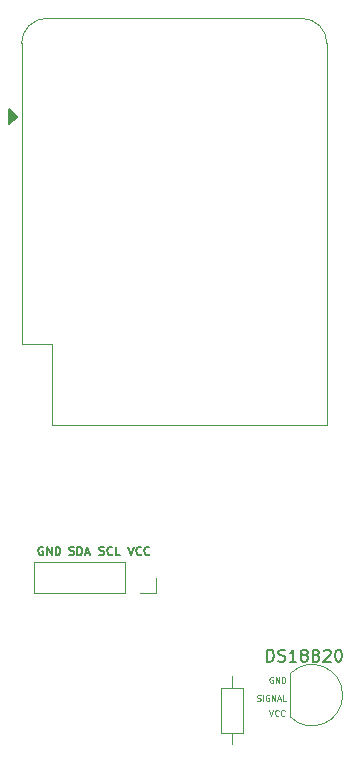
<source format=gbr>
%TF.GenerationSoftware,KiCad,Pcbnew,(6.0.9)*%
%TF.CreationDate,2023-04-16T11:33:15+02:00*%
%TF.ProjectId,PCB_zavrsni,5043425f-7a61-4767-9273-6e692e6b6963,rev?*%
%TF.SameCoordinates,Original*%
%TF.FileFunction,Legend,Top*%
%TF.FilePolarity,Positive*%
%FSLAX46Y46*%
G04 Gerber Fmt 4.6, Leading zero omitted, Abs format (unit mm)*
G04 Created by KiCad (PCBNEW (6.0.9)) date 2023-04-16 11:33:15*
%MOMM*%
%LPD*%
G01*
G04 APERTURE LIST*
%ADD10C,0.175000*%
%ADD11C,0.150000*%
%ADD12C,0.125000*%
%ADD13C,0.120000*%
G04 APERTURE END LIST*
D10*
X196062666Y-80676000D02*
X195996000Y-80642666D01*
X195896000Y-80642666D01*
X195796000Y-80676000D01*
X195729333Y-80742666D01*
X195696000Y-80809333D01*
X195662666Y-80942666D01*
X195662666Y-81042666D01*
X195696000Y-81176000D01*
X195729333Y-81242666D01*
X195796000Y-81309333D01*
X195896000Y-81342666D01*
X195962666Y-81342666D01*
X196062666Y-81309333D01*
X196096000Y-81276000D01*
X196096000Y-81042666D01*
X195962666Y-81042666D01*
X196396000Y-81342666D02*
X196396000Y-80642666D01*
X196796000Y-81342666D01*
X196796000Y-80642666D01*
X197129333Y-81342666D02*
X197129333Y-80642666D01*
X197296000Y-80642666D01*
X197396000Y-80676000D01*
X197462666Y-80742666D01*
X197496000Y-80809333D01*
X197529333Y-80942666D01*
X197529333Y-81042666D01*
X197496000Y-81176000D01*
X197462666Y-81242666D01*
X197396000Y-81309333D01*
X197296000Y-81342666D01*
X197129333Y-81342666D01*
D11*
X203282666Y-80642666D02*
X203516000Y-81342666D01*
X203749333Y-80642666D01*
X204382666Y-81276000D02*
X204349333Y-81309333D01*
X204249333Y-81342666D01*
X204182666Y-81342666D01*
X204082666Y-81309333D01*
X204016000Y-81242666D01*
X203982666Y-81176000D01*
X203949333Y-81042666D01*
X203949333Y-80942666D01*
X203982666Y-80809333D01*
X204016000Y-80742666D01*
X204082666Y-80676000D01*
X204182666Y-80642666D01*
X204249333Y-80642666D01*
X204349333Y-80676000D01*
X204382666Y-80709333D01*
X205082666Y-81276000D02*
X205049333Y-81309333D01*
X204949333Y-81342666D01*
X204882666Y-81342666D01*
X204782666Y-81309333D01*
X204716000Y-81242666D01*
X204682666Y-81176000D01*
X204649333Y-81042666D01*
X204649333Y-80942666D01*
X204682666Y-80809333D01*
X204716000Y-80742666D01*
X204782666Y-80676000D01*
X204882666Y-80642666D01*
X204949333Y-80642666D01*
X205049333Y-80676000D01*
X205082666Y-80709333D01*
D12*
X214201523Y-93674380D02*
X214272952Y-93698190D01*
X214392000Y-93698190D01*
X214439619Y-93674380D01*
X214463428Y-93650571D01*
X214487238Y-93602952D01*
X214487238Y-93555333D01*
X214463428Y-93507714D01*
X214439619Y-93483904D01*
X214392000Y-93460095D01*
X214296761Y-93436285D01*
X214249142Y-93412476D01*
X214225333Y-93388666D01*
X214201523Y-93341047D01*
X214201523Y-93293428D01*
X214225333Y-93245809D01*
X214249142Y-93222000D01*
X214296761Y-93198190D01*
X214415809Y-93198190D01*
X214487238Y-93222000D01*
X214701523Y-93698190D02*
X214701523Y-93198190D01*
X215201523Y-93222000D02*
X215153904Y-93198190D01*
X215082476Y-93198190D01*
X215011047Y-93222000D01*
X214963428Y-93269619D01*
X214939619Y-93317238D01*
X214915809Y-93412476D01*
X214915809Y-93483904D01*
X214939619Y-93579142D01*
X214963428Y-93626761D01*
X215011047Y-93674380D01*
X215082476Y-93698190D01*
X215130095Y-93698190D01*
X215201523Y-93674380D01*
X215225333Y-93650571D01*
X215225333Y-93483904D01*
X215130095Y-93483904D01*
X215439619Y-93698190D02*
X215439619Y-93198190D01*
X215725333Y-93698190D01*
X215725333Y-93198190D01*
X215939619Y-93555333D02*
X216177714Y-93555333D01*
X215892000Y-93698190D02*
X216058666Y-93198190D01*
X216225333Y-93698190D01*
X216630095Y-93698190D02*
X216392000Y-93698190D01*
X216392000Y-93198190D01*
X215519047Y-91698000D02*
X215471428Y-91674190D01*
X215400000Y-91674190D01*
X215328571Y-91698000D01*
X215280952Y-91745619D01*
X215257142Y-91793238D01*
X215233333Y-91888476D01*
X215233333Y-91959904D01*
X215257142Y-92055142D01*
X215280952Y-92102761D01*
X215328571Y-92150380D01*
X215400000Y-92174190D01*
X215447619Y-92174190D01*
X215519047Y-92150380D01*
X215542857Y-92126571D01*
X215542857Y-91959904D01*
X215447619Y-91959904D01*
X215757142Y-92174190D02*
X215757142Y-91674190D01*
X216042857Y-92174190D01*
X216042857Y-91674190D01*
X216280952Y-92174190D02*
X216280952Y-91674190D01*
X216400000Y-91674190D01*
X216471428Y-91698000D01*
X216519047Y-91745619D01*
X216542857Y-91793238D01*
X216566666Y-91888476D01*
X216566666Y-91959904D01*
X216542857Y-92055142D01*
X216519047Y-92102761D01*
X216471428Y-92150380D01*
X216400000Y-92174190D01*
X216280952Y-92174190D01*
D11*
X198286000Y-81309333D02*
X198386000Y-81342666D01*
X198552666Y-81342666D01*
X198619333Y-81309333D01*
X198652666Y-81276000D01*
X198686000Y-81209333D01*
X198686000Y-81142666D01*
X198652666Y-81076000D01*
X198619333Y-81042666D01*
X198552666Y-81009333D01*
X198419333Y-80976000D01*
X198352666Y-80942666D01*
X198319333Y-80909333D01*
X198286000Y-80842666D01*
X198286000Y-80776000D01*
X198319333Y-80709333D01*
X198352666Y-80676000D01*
X198419333Y-80642666D01*
X198586000Y-80642666D01*
X198686000Y-80676000D01*
X198986000Y-81342666D02*
X198986000Y-80642666D01*
X199152666Y-80642666D01*
X199252666Y-80676000D01*
X199319333Y-80742666D01*
X199352666Y-80809333D01*
X199386000Y-80942666D01*
X199386000Y-81042666D01*
X199352666Y-81176000D01*
X199319333Y-81242666D01*
X199252666Y-81309333D01*
X199152666Y-81342666D01*
X198986000Y-81342666D01*
X199652666Y-81142666D02*
X199986000Y-81142666D01*
X199586000Y-81342666D02*
X199819333Y-80642666D01*
X200052666Y-81342666D01*
D12*
X215233333Y-94468190D02*
X215400000Y-94968190D01*
X215566666Y-94468190D01*
X216019047Y-94920571D02*
X215995238Y-94944380D01*
X215923809Y-94968190D01*
X215876190Y-94968190D01*
X215804761Y-94944380D01*
X215757142Y-94896761D01*
X215733333Y-94849142D01*
X215709523Y-94753904D01*
X215709523Y-94682476D01*
X215733333Y-94587238D01*
X215757142Y-94539619D01*
X215804761Y-94492000D01*
X215876190Y-94468190D01*
X215923809Y-94468190D01*
X215995238Y-94492000D01*
X216019047Y-94515809D01*
X216519047Y-94920571D02*
X216495238Y-94944380D01*
X216423809Y-94968190D01*
X216376190Y-94968190D01*
X216304761Y-94944380D01*
X216257142Y-94896761D01*
X216233333Y-94849142D01*
X216209523Y-94753904D01*
X216209523Y-94682476D01*
X216233333Y-94587238D01*
X216257142Y-94539619D01*
X216304761Y-94492000D01*
X216376190Y-94468190D01*
X216423809Y-94468190D01*
X216495238Y-94492000D01*
X216519047Y-94515809D01*
D11*
X200842666Y-81309333D02*
X200942666Y-81342666D01*
X201109333Y-81342666D01*
X201176000Y-81309333D01*
X201209333Y-81276000D01*
X201242666Y-81209333D01*
X201242666Y-81142666D01*
X201209333Y-81076000D01*
X201176000Y-81042666D01*
X201109333Y-81009333D01*
X200976000Y-80976000D01*
X200909333Y-80942666D01*
X200876000Y-80909333D01*
X200842666Y-80842666D01*
X200842666Y-80776000D01*
X200876000Y-80709333D01*
X200909333Y-80676000D01*
X200976000Y-80642666D01*
X201142666Y-80642666D01*
X201242666Y-80676000D01*
X201942666Y-81276000D02*
X201909333Y-81309333D01*
X201809333Y-81342666D01*
X201742666Y-81342666D01*
X201642666Y-81309333D01*
X201576000Y-81242666D01*
X201542666Y-81176000D01*
X201509333Y-81042666D01*
X201509333Y-80942666D01*
X201542666Y-80809333D01*
X201576000Y-80742666D01*
X201642666Y-80676000D01*
X201742666Y-80642666D01*
X201809333Y-80642666D01*
X201909333Y-80676000D01*
X201942666Y-80709333D01*
X202576000Y-81342666D02*
X202242666Y-81342666D01*
X202242666Y-80642666D01*
%TO.C,U2*%
X215043142Y-90368380D02*
X215043142Y-89368380D01*
X215281238Y-89368380D01*
X215424095Y-89416000D01*
X215519333Y-89511238D01*
X215566952Y-89606476D01*
X215614571Y-89796952D01*
X215614571Y-89939809D01*
X215566952Y-90130285D01*
X215519333Y-90225523D01*
X215424095Y-90320761D01*
X215281238Y-90368380D01*
X215043142Y-90368380D01*
X215995523Y-90320761D02*
X216138380Y-90368380D01*
X216376476Y-90368380D01*
X216471714Y-90320761D01*
X216519333Y-90273142D01*
X216566952Y-90177904D01*
X216566952Y-90082666D01*
X216519333Y-89987428D01*
X216471714Y-89939809D01*
X216376476Y-89892190D01*
X216186000Y-89844571D01*
X216090761Y-89796952D01*
X216043142Y-89749333D01*
X215995523Y-89654095D01*
X215995523Y-89558857D01*
X216043142Y-89463619D01*
X216090761Y-89416000D01*
X216186000Y-89368380D01*
X216424095Y-89368380D01*
X216566952Y-89416000D01*
X217519333Y-90368380D02*
X216947904Y-90368380D01*
X217233619Y-90368380D02*
X217233619Y-89368380D01*
X217138380Y-89511238D01*
X217043142Y-89606476D01*
X216947904Y-89654095D01*
X218090761Y-89796952D02*
X217995523Y-89749333D01*
X217947904Y-89701714D01*
X217900285Y-89606476D01*
X217900285Y-89558857D01*
X217947904Y-89463619D01*
X217995523Y-89416000D01*
X218090761Y-89368380D01*
X218281238Y-89368380D01*
X218376476Y-89416000D01*
X218424095Y-89463619D01*
X218471714Y-89558857D01*
X218471714Y-89606476D01*
X218424095Y-89701714D01*
X218376476Y-89749333D01*
X218281238Y-89796952D01*
X218090761Y-89796952D01*
X217995523Y-89844571D01*
X217947904Y-89892190D01*
X217900285Y-89987428D01*
X217900285Y-90177904D01*
X217947904Y-90273142D01*
X217995523Y-90320761D01*
X218090761Y-90368380D01*
X218281238Y-90368380D01*
X218376476Y-90320761D01*
X218424095Y-90273142D01*
X218471714Y-90177904D01*
X218471714Y-89987428D01*
X218424095Y-89892190D01*
X218376476Y-89844571D01*
X218281238Y-89796952D01*
X219233619Y-89844571D02*
X219376476Y-89892190D01*
X219424095Y-89939809D01*
X219471714Y-90035047D01*
X219471714Y-90177904D01*
X219424095Y-90273142D01*
X219376476Y-90320761D01*
X219281238Y-90368380D01*
X218900285Y-90368380D01*
X218900285Y-89368380D01*
X219233619Y-89368380D01*
X219328857Y-89416000D01*
X219376476Y-89463619D01*
X219424095Y-89558857D01*
X219424095Y-89654095D01*
X219376476Y-89749333D01*
X219328857Y-89796952D01*
X219233619Y-89844571D01*
X218900285Y-89844571D01*
X219852666Y-89463619D02*
X219900285Y-89416000D01*
X219995523Y-89368380D01*
X220233619Y-89368380D01*
X220328857Y-89416000D01*
X220376476Y-89463619D01*
X220424095Y-89558857D01*
X220424095Y-89654095D01*
X220376476Y-89796952D01*
X219805047Y-90368380D01*
X220424095Y-90368380D01*
X221043142Y-89368380D02*
X221138380Y-89368380D01*
X221233619Y-89416000D01*
X221281238Y-89463619D01*
X221328857Y-89558857D01*
X221376476Y-89749333D01*
X221376476Y-89987428D01*
X221328857Y-90177904D01*
X221281238Y-90273142D01*
X221233619Y-90320761D01*
X221138380Y-90368380D01*
X221043142Y-90368380D01*
X220947904Y-90320761D01*
X220900285Y-90273142D01*
X220852666Y-90177904D01*
X220805047Y-89987428D01*
X220805047Y-89749333D01*
X220852666Y-89558857D01*
X220900285Y-89463619D01*
X220947904Y-89416000D01*
X221043142Y-89368380D01*
D13*
%TO.C,R4*%
X211170000Y-96408000D02*
X213010000Y-96408000D01*
X212090000Y-97358000D02*
X212090000Y-96408000D01*
X213010000Y-96408000D02*
X213010000Y-92568000D01*
X211170000Y-92568000D02*
X211170000Y-96408000D01*
X213010000Y-92568000D02*
X211170000Y-92568000D01*
X212090000Y-91618000D02*
X212090000Y-92568000D01*
%TO.C,J1*%
X205596000Y-83275000D02*
X205596000Y-84605000D01*
X202996000Y-81945000D02*
X202996000Y-84605000D01*
X202996000Y-81945000D02*
X195316000Y-81945000D01*
X202996000Y-84605000D02*
X195316000Y-84605000D01*
X205596000Y-84605000D02*
X204266000Y-84605000D01*
X195316000Y-81945000D02*
X195316000Y-84605000D01*
%TO.C,U2*%
X216992000Y-91418000D02*
X216992000Y-95018000D01*
X217003522Y-95056478D02*
G75*
G03*
X221442000Y-93218000I1838478J1838478D01*
G01*
X221442001Y-93218000D02*
G75*
G03*
X217003522Y-91379522I-2600001J0D01*
G01*
%TO.C,U1*%
X194250000Y-63470000D02*
X194250000Y-38040000D01*
X196790000Y-63470000D02*
X196790000Y-70370000D01*
X194250000Y-63470000D02*
X196790000Y-63470000D01*
X220110000Y-70370000D02*
X220110000Y-38040000D01*
X217990000Y-35910000D02*
X196380000Y-35910000D01*
X196790000Y-70370000D02*
X220110000Y-70370000D01*
X196380000Y-35910000D02*
G75*
G03*
X194250000Y-38040000I2J-2130002D01*
G01*
X220110000Y-38040000D02*
G75*
G03*
X217980000Y-35910000I-2130000J0D01*
G01*
G36*
X193845000Y-44250000D02*
G01*
X193210000Y-44885000D01*
X193210000Y-43615000D01*
X193845000Y-44250000D01*
G37*
D11*
X193845000Y-44250000D02*
X193210000Y-44885000D01*
X193210000Y-43615000D01*
X193845000Y-44250000D01*
%TD*%
M02*

</source>
